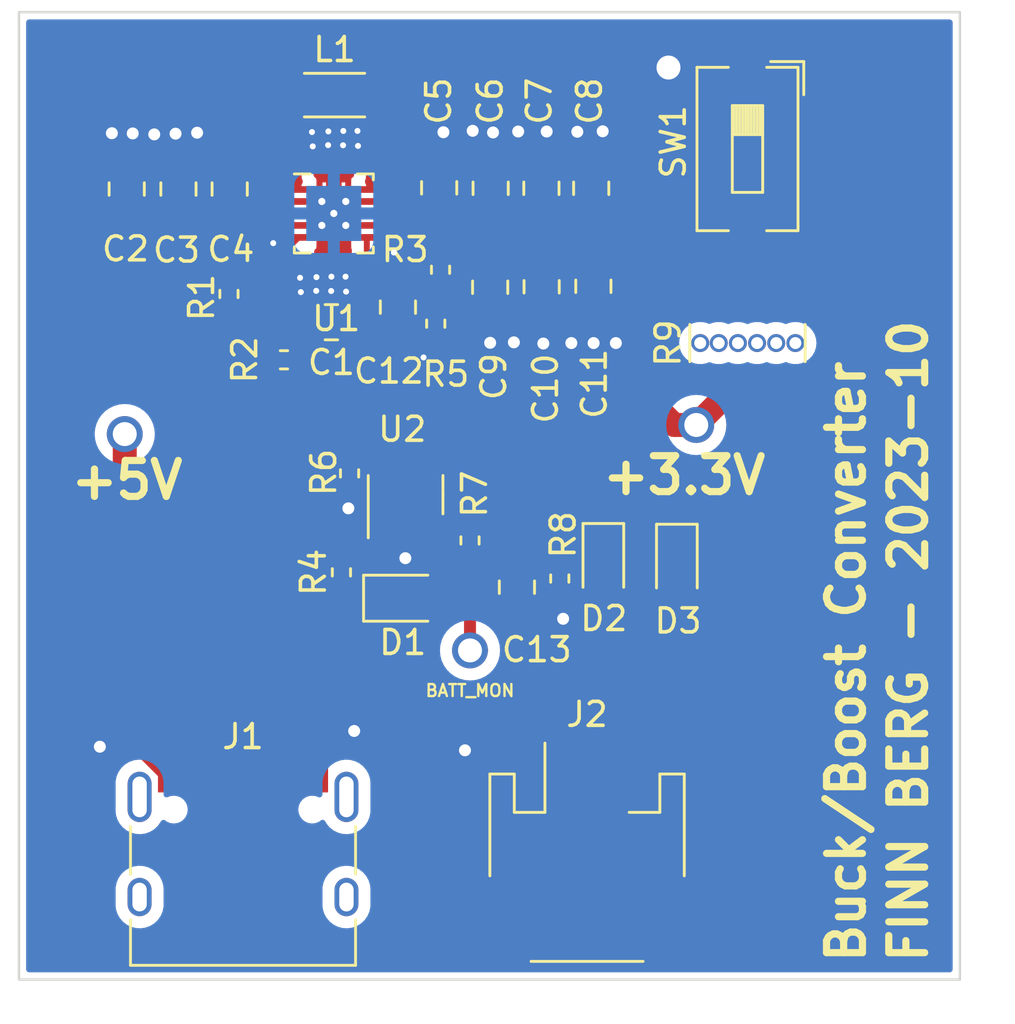
<source format=kicad_pcb>
(kicad_pcb (version 20221018) (generator pcbnew)
  (layers (0 "F.Cu" signal) (31 "B.Cu" power) (34 "B.Paste" user) (35 "F.Paste" user) (36 "B.SilkS" user "B.Silkscreen") (37 "F.SilkS" user "F.Silkscreen") (38 "B.Mask" user) (39 "F.Mask" user) (44 "Edge.Cuts" user))
  (net 0 "")
  (net 1 "Net-(U1-VAUX)")
  (net 2 "GND")
  (net 3 "Net-(D2-K)")
  (net 4 "+3.3V")
  (net 5 "Net-(U1-FB)")
  (net 6 "BATT_MON")
  (net 7 "Net-(D1-K)")
  (net 8 "Net-(D3-A)")
  (net 18 "Net-(U1-L1)")
  (net 19 "Net-(U1-L2)")
  (net 20 "Net-(U1-EN)")
  (net 21 "PG")
  (net 22 "Net-(U2-STAT)")
  (net 23 "Net-(U2-PROG)")
  (net 24 "+5V")
  (net 25 "Net-(R9-Pad2)")
  (footprint "Resistor_SMD:R_0402_1005Metric" (layer "F.Cu") (at 116.58 63.14 90)
    (fp_text reference "R3")
    (fp_text value "360k")
  )
  (footprint "Capacitor_SMD:C_0805_2012Metric" (layer "F.Cu") (at 105.6325 59.77 90)
    (fp_text reference "C3")
    (fp_text value "10u")
  )
  (footprint "Connector_USB:USB_C_Receptacle_HRO_TYPE-C-31-M-12" (layer "F.Cu") (at 108.33 88.275)
    (fp_text reference "J1")
    (fp_text value "USB_C_Receptacle")
  )
  (footprint "Inductor_SMD:L_1806_4516Metric" (layer "F.Cu") (at 112.1525 55.85)
    (fp_text reference "L1")
    (fp_text value "1uH")
  )
  (footprint "Diode_SMD:D_SOD-323" (layer "F.Cu") (at 126.45 75.3725 -90)
    (fp_text reference "D3")
    (fp_text value "1N5819WS")
  )
  (footprint "Capacitor_SMD:C_0805_2012Metric" (layer "F.Cu") (at 120.7925 59.74 90)
    (fp_text reference "C7")
    (fp_text value "10u")
  )
  (footprint "Button_Switch_SMD:SW_DIP_SPSTx01_Slide_6.7x4.1mm_W6.73mm_P2.54mm_LowProfile_JPin" (layer "F.Cu") (at 129.4 58.1 -90)
    (fp_text reference "SW1")
    (fp_text value "SW_Push")
  )
  (footprint "Resistor_SMD:R_0402_1005Metric" (layer "F.Cu") (at 116.38 65.39 90)
    (fp_text reference "R5")
    (fp_text value "64.9k")
  )
  (footprint "Diode_SMD:D_0805_2012Metric" (layer "F.Cu") (at 115.05 76.85)
    (fp_text reference "D1")
    (fp_text value "LED")
  )
  (footprint "Capacitor_SMD:C_0805_2012Metric" (layer "F.Cu") (at 116.5225 59.72 90)
    (fp_text reference "C5")
    (fp_text value "0.1u")
  )
  (footprint "Resistor_SMD:R_0402_1005Metric" (layer "F.Cu") (at 121.56 76.03 90)
    (fp_text reference "R8")
    (fp_text value "10k")
  )
  (footprint "Package_TO_SOT_SMD:SOT-23-5" (layer "F.Cu") (at 115.12 72.53 90)
    (fp_text reference "U2")
    (fp_text value "MCP73832-2-OT")
  )
  (footprint "Capacitor_SMD:C_0805_2012Metric" (layer "F.Cu") (at 122.8725 59.74 90)
    (fp_text reference "C8")
    (fp_text value "10u")
  )
  (footprint "Resistor_SMD:R_1218_3246Metric" (layer "F.Cu") (at 129.4 66.2 90)
    (fp_text reference "R9")
    (fp_text value "18")
  )
  (footprint "Resistor_SMD:R_0402_1005Metric" (layer "F.Cu") (at 107.7425 64.15 -90)
    (fp_text reference "R1")
    (fp_text value "100k")
  )
  (footprint "Capacitor_SMD:C_0805_2012Metric" (layer "F.Cu") (at 112.02 65.33 180)
    (fp_text reference "C1")
    (fp_text value "0.1u")
  )
  (footprint "Capacitor_SMD:C_0805_2012Metric" (layer "F.Cu") (at 107.7725 59.77 90)
    (fp_text reference "C4")
    (fp_text value "0.1u")
  )
  (footprint "Capacitor_SMD:C_0805_2012Metric" (layer "F.Cu") (at 118.6525 63.87 -90)
    (fp_text reference "C9")
    (fp_text value "10u")
  )
  (footprint "Resistor_SMD:R_0402_1005Metric" (layer "F.Cu") (at 117.81 74.44 90)
    (fp_text reference "R7")
    (fp_text value "10k")
  )
  (footprint "Capacitor_SMD:C_0805_2012Metric" (layer "F.Cu") (at 119.77 76.39 -90)
    (fp_text reference "C13")
    (fp_text value "4.7u")
  )
  (footprint "Capacitor_SMD:C_0805_2012Metric" (layer "F.Cu") (at 103.4725 59.77 90)
    (fp_text reference "C2")
    (fp_text value "10u")
  )
  (footprint "Resistor_SMD:R_0402_1005Metric" (layer "F.Cu") (at 112.44 75.77 90)
    (fp_text reference "R4")
    (fp_text value "1k")
  )
  (footprint "Diode_SMD:D_SOD-323" (layer "F.Cu") (at 123.38 75.3425 -90)
    (fp_text reference "D2")
    (fp_text value "1N5819WS")
  )
  (footprint "Connector_JST:JST_PH_S2B-PH-SM4-TB_1x02-1MP_P2.00mm_Horizontal" (layer "F.Cu") (at 122.7 87.5)
    (fp_text reference "J2")
    (fp_text value "Conn_01x02_Socket")
  )
  (footprint "Resistor_SMD:R_0402_1005Metric" (layer "F.Cu") (at 112.78 71.64 90)
    (fp_text reference "R6")
    (fp_text value "1k")
  )
  (footprint "Capacitor_SMD:C_0805_2012Metric" (layer "F.Cu") (at 118.6725 59.74 90)
    (fp_text reference "C6")
    (fp_text value "10u")
  )
  (footprint "Capacitor_SMD:C_0805_2012Metric" (layer "F.Cu") (at 122.9625 63.83 -90)
    (fp_text reference "C11")
    (fp_text value "10u")
  )
  (footprint "Resistor_SMD:R_0402_1005Metric" (layer "F.Cu") (at 110.04 66.9)
    (fp_text reference "R2")
    (fp_text value "100k")
  )
  (footprint "Capacitor_SMD:C_0805_2012Metric" (layer "F.Cu") (at 120.8025 63.85 -90)
    (fp_text reference "C10")
    (fp_text value "10u")
  )
  (footprint "Capacitor_SMD:C_0805_2012Metric" (layer "F.Cu") (at 114.8 64.7 -90)
    (fp_text reference "C12")
    (fp_text value "2.2p")
  )
  (footprint "Package_SON:Texas_S-PWSON-N10_ThermalVias" (layer "F.Cu") (at 112.1225 60.79)
    (fp_text reference "U1")
    (fp_text value "TPS63060")
  )
  (gr_rect (start 98.97 52.39) (end 138.27 92.77) (stroke (width 0.1)) (fill none) (layer "Edge.Cuts"))
  (gr_text "BATT_MON" (at 115.9 81) (layer "F.SilkS") (effects (font (size 0.5 0.5) (thickness 0.1) bold) (justify left bottom)))
  (gr_text "FINN BERG - 2023-10" (at 137 92.2 90) (layer "F.SilkS") (effects (font (size 1.5 1.5) (thickness 0.3) bold) (justify left bottom)))
  (gr_text "+3.3V" (at 123.2 72.6) (layer "F.SilkS") (effects (font (size 1.5 1.5) (thickness 0.3) bold) (justify left bottom)))
  (gr_text "Buck/Boost Converter" (at 134.4 92.2 90) (layer "F.SilkS") (effects (font (size 1.5 1.5) (thickness 0.3) bold) (justify left bottom)))
  (gr_text "+5V" (at 101 72.8) (layer "F.SilkS") (effects (font (size 1.5 1.5) (thickness 0.3) bold) (justify left bottom)))
  (via (at 131.4 66.2) (size 0.75) (drill 0.5) (layers "F.Cu" "B.Cu") (net 0))
  (via (at 129 66.2) (size 0.75) (drill 0.5) (layers "F.Cu" "B.Cu") (net 0))
  (via (at 127.425497 66.2) (size 0.75) (drill 0.5) (layers "F.Cu" "B.Cu") (net 0))
  (via (at 128.2 66.2) (size 0.75) (drill 0.5) (layers "F.Cu" "B.Cu") (net 0))
  (via (at 129.8 66.2) (size 0.75) (drill 0.5) (layers "F.Cu" "B.Cu") (net 0))
  (via (at 130.6 66.2) (size 0.75) (drill 0.5) (layers "F.Cu" "B.Cu") (net 0))
  (segment (start 113.5 61.8875) (end 113.5 64.8) (width 0.25) (layer "F.Cu") (net 1))
  (segment (start 113.5 64.8) (end 112.97 65.33) (width 0.25) (layer "F.Cu") (net 1))
  (segment (start 113.5975 61.79) (end 113.5 61.8875) (width 0.25) (layer "F.Cu") (net 1))
  (segment (start 107.7725 58.82) (end 107.7725 58.78) (width 0.5) (layer "F.Cu") (net 2))
  (segment (start 111.338628 57.392622) (end 111.210391 57.392622) (width 0.25) (layer "F.Cu") (net 2))
  (segment (start 111.397182 63.448064) (end 111.210564 63.448064) (width 0.25) (layer "F.Cu") (net 2))
  (segment (start 111.07 65.33) (end 112.346782 64.053218) (width 0.25) (layer "F.Cu") (net 2))
  (segment (start 111.076382 63.112183) (end 110.975532 63.213032) (width 0.25) (layer "F.Cu") (net 2))
  (segment (start 120.8025 64.96) (end 122.0425 66.2) (width 0.5) (layer "F.Cu") (net 2))
  (segment (start 112.5575 61.35) (end 112.5575 63.374115) (width 0.25) (layer "F.Cu") (net 2))
  (segment (start 122.8725 58.79) (end 122.8725 57.96) (width 0.5) (layer "F.Cu") (net 2))
  (segment (start 111.397182 63.448064) (end 111.397182 63.334682) (width 0.25) (layer "F.Cu") (net 2))
  (segment (start 111.397182 63.432983) (end 111.076382 63.112183) (width 0.25) (layer "F.Cu") (net 2))
  (segment (start 122.8725 57.96) (end 122.2925 57.38) (width 0.5) (layer "F.Cu") (net 2))
  (segment (start 111.07 66) (end 111.95 66.88) (width 0.5) (layer "F.Cu") (net 2))
  (segment (start 122.3125 64.78) (end 120.8725 66.22) (width 0.5) (layer "F.Cu") (net 2))
  (segment (start 111.5225 59.365) (end 111.7225 59.365) (width 0.25) (layer "F.Cu") (net 2))
  (segment (start 112.021846 63.429751) (end 112.021846 63.44023) (width 0.25) (layer "F.Cu") (net 2))
  (segment (start 103.9 83.05) (end 105.08 84.23) (width 0.5) (layer "F.Cu") (net 2))
  (segment (start 111.884048 57.938042) (end 111.338628 57.392622) (width 0.25) (layer "F.Cu") (net 2))
  (segment (start 107.7725 58.78) (end 106.4125 57.42) (width 0.5) (layer "F.Cu") (net 2))
  (segment (start 122.9625 65.28) (end 122.0425 66.2) (width 0.5) (layer "F.Cu") (net 2))
  (segment (start 111.4525 57.78) (end 111.2425 57.99) (width 0.25) (layer "F.Cu") (net 2))
  (segment (start 105.6325 58.82) (end 105.6325 57.58) (width 0.5) (layer "F.Cu") (net 2))
  (segment (start 110.712725 64.041109) (end 110.744834 64.073218) (width 0.25) (layer "F.Cu") (net 2))
  (segment (start 113.110166 57.947666) (end 113.1325 57.97) (width 0.25) (layer "F.Cu") (net 2))
  (segment (start 121.03 77.07) (end 121.67 77.71) (width 0.5) (layer "F.Cu") (net 2))
  (segment (start 112.707969 57.944531) (end 112.9075 57.745) (width 0.25) (layer "F.Cu") (net 2))
  (segment (start 110.75945 63.429115) (end 110.712725 63.47584) (width 0.25) (layer "F.Cu") (net 2))
  (segment (start 119.8225 57.37) (end 118.6725 58.52) (width 0.5) (layer "F.Cu") (net 2))
  (segment (start 111.397182 63.448064) (end 111.397182 63.432983) (width 0.25) (layer "F.Cu") (net 2))
  (segment (start 112.3225 62.215) (end 112.3225 63.129097) (width 0.25) (layer "F.Cu") (net 2))
  (segment (start 111.210564 63.448064) (end 110.975532 63.213032) (width 0.25) (layer "F.Cu") (net 2))
  (segment (start 105.6325 58.82) (end 103.4725 58.82) (width 0.5) (layer "F.Cu") (net 2))
  (segment (start 122.9225 64.82) (end 122.9625 64.78) (width 0.5) (layer "F.Cu") (net 2))
  (segment (start 111.959505 63.429751) (end 111.6875 63.157746) (width 0.25) (layer "F.Cu") (net 2))
  (segment (start 105.6325 58.82) (end 105.6325 58.2) (width 0.5) (layer "F.Cu") (net 2))
  (segment (start 111.5225 62.666065) (end 111.425532 62.763032) (width 0.25) (layer "F.Cu") (net 2))
  (segment (start 111.397182 63.448064) (end 111.425532 63.419714) (width 0.25) (layer "F.Cu") (net 2))
  (segment (start 113.1325 57.97) (end 112.7225 58.38) (width 0.25) (layer "F.Cu") (net 2))
  (segment (start 111.2425 57.99) (end 111.35209 58.09959) (width 0.25) (layer "F.Cu") (net 2))
  (segment (start 111.7225 58.09959) (end 111.884048 57.938042) (width 0.25) (layer "F.Cu") (net 2))
  (segment (start 116.38 66.29) (end 115.87 66.8) (width 0.25) (layer "F.Cu") (net 2))
  (segment (start 110.740501 63.448064) (end 110.712725 63.47584) (width 0.25) (layer "F.Cu") (net 2))
  (segment (start 118.6525 64.82) (end 118.6525 65.18) (width 0.5) (layer "F.Cu") (net 2))
  (segment (start 120.7925 58.79) (end 120.7925 57.59) (width 0.5) (layer "F.Cu") (net 2))
  (segment (start 111.867654 57.364846) (end 111.4525 57.78) (width 0.25) (layer "F.Cu") (net 2))
  (segment (start 117.2825 57.4) (end 118.6725 58.79) (width 0.5) (layer "F.Cu") (net 2))
  (segment (start 112.6125 63.429115) (end 112.6125 64.030884) (width 0.25) (layer "F.Cu") (net 2))
  (segment (start 112.7225 58.38) (end 112.7225 59.365) (width 0.25) (layer "F.Cu") (net 2))
  (segment (start 113.1325 57.97) (end 112.7025 57.97) (width 0.25) (layer "F.Cu") (net 2))
  (segment (start 122.9625 64.78) (end 122.3125 64.78) (width 0.5) (layer "F.Cu") (net 2))
  (segment (start 111.257116 57.345897) (end 111.210391 57.392622) (width 0.25) (layer "F.Cu") (net 2))
  (segment (start 112.1225 60.79) (end 112.1225 63.329097) (width 0.25) (layer "F.Cu") (net 2))
  (segment (start 122.8725 58.79) (end 122.4325 58.79) (width 0.5) (layer "F.Cu") (net 2))
  (segment (start 111.210391 57.392622) (end 111.210391 57.537891) (width 0.25) (layer "F.Cu") (net 2))
  (segment (start 112.5025 59.365) (end 112.3225 59.365) (width 0.25) (layer "F.Cu") (net 2))
  (segment (start 112.021846 63.44023) (end 112.634834 64.053218) (width 0.25) (layer "F.Cu") (net 2))
  (segment (start 112.082295 57.739795) (end 111.884048 57.938042) (width 0.25) (layer "F.Cu") (net 2))
  (segment (start 113.48 66.88) (end 114.78 65.58) (width 0.5) (layer "F.Cu") (net 2))
  (segment (start 112.6125 64.030884) (end 112.634834 64.053218) (width 0.25) (layer "F.Cu") (net 2))
  (segment (start 118.6725 58.79) (end 118.6725 58.09) (width 0.5) (layer "F.Cu") (net 2))
  (segment (start 111.5225 62.992746) (end 111.6875 63.157746) (width 0.25) (layer "F.Cu") (net 2))
  (segment (start 111.58 83.785) (end 111.58 84.23) (width 0.5) (layer "F.Cu") (net 2))
  (segment (start 117.6 83.2) (end 120.25 83.2) (width 0.5) (layer "F.Cu") (net 2))
  (segment (start 111.9225 59.365) (end 112.1225 59.365) (width 0.25) (layer "F.Cu") (net 2))
  (segment (start 111.397182 63.334682) (end 111.125532 63.063032) (width 0.25) (layer "F.Cu") (net 2))
  (segment (start 112.1225 59.365) (end 112.1225 58.176494) (width 0.25) (layer "F.Cu") (net 2))
  (segment (start 112.021846 63.429751) (end 111.959505 63.429751) (width 0.25) (layer "F.Cu") (net 2))
  (segment (start 112.3225 63.129097) (end 112.021846 63.429751) (width 0.25) (layer "F.Cu") (net 2))
  (segment (start 115.12 73.6675) (end 115.12 75.17) (width 0.5) (layer "F.Cu") (net 2))
  (segment (start 120.8825 58.79) (end 122.2925 57.38) (width 0.5) (layer "F.Cu") (net 2))
  (segment (start 111.7225 59.365) (end 111.7225 58.09959) (width 0.25) (layer "F.Cu") (net 2))
  (segment (start 118.6725 57.51) (end 118.7725 57.41) (width 0.5) (layer "F.Cu") (net 2))
  (segment (start 112.7225 63.319115) (end 112.6125 63.429115) (width 0.25) (layer "F.Cu") (net 2))
  (segment (start 118.6525 65.18) (end 119.6425 66.17) (width 0.5) (layer "F.Cu") (net 2))
  (segment (start 114.6305 62.42) (end 114.6305 61.608) (width 0.25) (layer "F.Cu") (net 2))
  (segment (start 118.6525 64.82) (end 118.6525 66.19) (width 0.5) (layer "F.Cu") (net 2))
  (segment (start 112.519512 57.357012) (end 112.9075 57.745) (width 0.25) (layer "F.Cu") (net 2))
  (segment (start 113.1325 57.97) (end 112.8225 58.28) (width 0.25) (layer "F.Cu") (net 2))
  (segment (start 112.7025 57.97) (end 112.277295 57.544795) (width 0.25) (layer "F.Cu") (net 2))
  (segment (start 111.35209 58.09959) (end 111.7225 58.09959) (width 0.25) (layer "F.Cu") (net 2))
  (segment (start 111.397182 63.448064) (end 110.740501 63.448064) (width 0.25) (layer "F.Cu") (net 2))
  (segment (start 111.210391 57.957891) (end 111.2425 57.99) (width 0.25) (layer "F.Cu") (net 2))
  (segment (start 113.1325 57.97) (end 111.2625 57.97) (width 0.25) (layer "F.Cu") (net 2))
  (segment (start 112.8225 58.28) (end 112.5025 58.28) (width 0.25) (layer "F.Cu") (net 2))
  (segment (start 112.1225 58.176494) (end 111.884048 57.938042) (width 0.25) (layer "F.Cu") (net 2))
  (segment (start 111.425532 63.419714) (end 111.425532 62.763032) (width 0.25) (layer "F.Cu") (net 2))
  (segment (start 112.508517 57.944531) (end 112.707969 57.944531) (width 0.25) (layer "F.Cu") (net 2))
  (segment (start 111.6875 63.157746) (end 111.397182 63.448064) (width 0.25) (layer "F.Cu") (net 2))
  (segment (start 112.533986 57.97) (end 112.508517 57.944531) (width 0.25) (layer "F.Cu") (net 2))
  (segment (start 111.397182 64.01046) (end 111.386382 64.02126) (width 0.25) (layer "F.Cu") (net 2))
  (segment (start 111.95 66.88) (end 113.48 66.88) (width 0.5) (layer "F.Cu") (net 2))
  (segment (start 111.894848 57.364846) (end 111.894848 57.927242) (width 0.25) (layer "F.Cu") (net 2))
  (segment (start 122.8725 58.79) (end 116.5425 58.79) (width 0.5) (layer "F.Cu") (net 2))
  (segment (start 111.397182 63.448064) (end 111.397182 64.01046) (width 0.25) (layer "F.Cu") (net 2))
  (segment (start 111.5225 62.215) (end 111.5225 62.666065) (width 0.25) (layer "F.Cu") (net 2))
  (segment (start 115.12 75.17) (end 115.11 75.18) (width 0.5) (layer "F.Cu") (net 2))
  (segment (start 111.884048 57.938042) (end 111.9225 57.976494) (width 0.25) (layer "F.Cu") (net 2))
  (segment (start 112.277295 57.544795) (end 112.082295 57.739795) (width 0.25) (layer "F.Cu") (net 2))
  (segment (start 111.894848 57.364846) (end 111.928832 57.364846) (width 0.25) (layer "F.Cu") (net 2))
  (segment (start 112.634834 64.053218) (end 111.9225 63.340884) (width 0.25) (layer "F.Cu") (net 2))
  (segment (start 111.210391 57.537891) (end 111.4525 57.78) (width 0.25) (layer "F.Cu") (net 2))
  (segment (start 111.894848 57.364846) (end 111.867654 57.364846) (width 0.25) (layer "F.Cu") (net 2))
  (segment (start 111.9225 63.340884) (end 111.9225 62.922746) (width 0.25) (layer "F.Cu") (net 2))
  (segment (start 111.2625 57.97) (end 111.2425 57.99) (width 0.25) (layer "F.Cu") (net 2))
  (segment (start 121.67 77.71) (end 121.7 77.71) (width 0.5) (layer "F.Cu") (net 2))
  (segment (start 116.38 65.9) (end 116.38 66.29) (width 0.25) (layer "F.Cu") (net 2))
  (segment (start 112.5025 57.950548) (end 112.508517 57.944531) (width 0.25) (layer "F.Cu") (net 2))
  (segment (start 116.7 57.4) (end 117.2825 57.4) (width 0.5) (layer "F.Cu") (net 2))
  (segment (start 120.7925 57.59) (end 121.0125 57.37) (width 0.5) (layer "F.Cu") (net 2))
  (segment (start 116.5225 58.77) (end 116.5225 58.74) (width 0.5) (layer "F.Cu") (net 2))
  (segment (start 111.894848 57.927242) (end 111.884048 57.938042) (width 0.25) (layer "F.Cu") (net 2))
  (segment (start 120.8025 64.8) (end 120.8025 65.01) (width 0.5) (layer "F.Cu") (net 2))
  (segment (start 112.7225 62.215) (end 112.7225 63.319115) (width 0.25) (layer "F.Cu") (net 2))
  (segment (start 111.977891 63.429751) (end 111.386382 64.02126) (width 0.25) (layer "F.Cu") (net 2))
  (segment (start 112.6125 63.429115) (end 112.3225 63.139115) (width 0.25) (layer "F.Cu") (net 2))
  (segment (start 120.7925 58.34) (end 120.7925 58.79) (width 0.5) (layer "F.Cu") (net 2))
  (segment (start 119.8225 57.37) (end 120.7925 58.34) (width 0.5) (layer "F.Cu") (net 2))
  (segment (start 111.210391 57.392622) (end 111.210391 57.957891) (width 0.25) (layer "F.Cu") (net 2))
  (segment (start 116.5225 58.77) (end 116.5225 57.5775) (width 0.5) (layer "F.Cu") (net 2))
  (segment (start 110.840962 63.47584) (end 111.386382 64.02126) (width 0.25) (layer "F.Cu") (net 2))
  (segment (start 110.712725 63.47584) (end 110.840962 63.47584) (width 0.25) (layer "F.Cu") (net 2))
  (segment (start 112.475557 57.346533) (end 112.277295 57.544795) (width 0.25) (layer "F.Cu") (net 2))
  (segment (start 112.6125 63.429115) (end 112.609485 63.429115) (width 0.25) (layer "F.Cu") (net 2))
  (segment (start 111.397182 63.448064) (end 111.369988 63.448064) (width 0.25) (layer "F.Cu") (net 2))
  (segment (start 113.107151 57.345897) (end 112.508517 57.944531) (width 0.25) (layer "F.Cu") (net 2))
  (segment (start 110.744834 64.073218) (end 112.614834 64.073218) (width 0.25) (layer "F.Cu") (net 2))
  (segment (start 116.5225 57.5775) (end 116.7 57.4) (width 0.5) (layer "F.Cu") (net 2))
  (segment (start 103.4725 57.7) (end 103.7225 57.45) (width 0.5) (layer "F.Cu") (net 2))
  (segment (start 112.5025 58.28) (end 112.5025 57.950548) (width 0.25) (layer "F.Cu") (net 2))
  (segment (start 112.76 72.17) (end 112.76 73.07) (width 0.5) (layer "F.Cu") (net 2))
  (segment (start 111.9225 62.922746) (end 111.397182 63.448064) (width 0.25) (layer "F.Cu") (net 2))
  (segment (start 112.021846 63.429751) (end 112.021846 64.016754) (width 0.25) (layer "F.Cu") (net 2))
  (segment (start 112.7225 59.365) (end 112.5025 59.365) (width 0.25) (layer "F.Cu") (net 2))
  (segment (start 120.76 77.34) (end 121.03 77.07) (width 0.5) (layer "F.Cu") (net 2))
  (segment (start 103.4725 58.64) (end 104.6225 57.49) (width 0.5) (layer "F.Cu") (net 2))
  (segment (start 120.25 83.2) (end 121.7 84.65) (width 0.5) (layer "F.Cu") (net 2))
  (segment (start 110.6475 61.29) (end 110.0725 61.29) (width 0.25) (layer "F.Cu") (net 2))
  (segment (start 105.6325 57.58) (end 105.5125 57.46) (width 0.5) (layer "F.Cu") (net 2))
  (segment (start 112.8225 58.258514) (end 112.8225 58.28) (width 0.25) (layer "F.Cu") (net 2))
  (segment (start 112.519512 57.933536) (end 112.508517 57.944531) (width 0.25) (layer "F.Cu") (net 2))
  (segment (start 118.6725 58.79) (end 118.6725 57.51) (width 0.5) (layer "F.Cu") (net 2))
  (segment (start 111.5225 62.666065) (end 111.5225 62.992746) (width 0.25) (layer "F.Cu") (net 2))
  (segment (start 113.110166 57.345897) (end 111.257116 57.345897) (width 0.25) (layer "F.Cu") (net 2))
  (segment (start 103.4725 58.06) (end 102.8525 57.44) (width 0.5) (layer "F.Cu") (net 2))
  (segment (start 112.519512 57.346533) (end 112.475557 57.346533) (width 0.25) (layer "F.Cu") (net 2))
  (segment (start 112.5025 59.365) (end 112.5025 58.28) (width 0.25) (layer "F.Cu") (net 2))
  (segment (start 120.8025 64.8) (end 120.8025 64.96) (width 0.5) (layer "F.Cu") (net 2))
  (segment (start 122.9625 66.19) (end 122.9725 66.2) (width 0.5) (layer "F.Cu") (net 2))
  (segment (start 111.5225 58.27) (end 111.5225 59.365) (width 0.25) (layer "F.Cu") (net 2))
  (segment (start 113.1325 57.97) (end 112.533986 57.97) (width 0.25) (layer "F.Cu") (net 2))
  (segment (start 122.9625 64.78) (end 122.9625 66.19) (width 0.5) (layer "F.Cu") (net 2))
  (segment (start 112.3225 63.139115) (end 112.3225 63.129097) (width 0.25) (layer "F.Cu") (net 2))
  (segment (start 122.9625 65.26) (end 123.9025 66.2) (width 0.5) (layer "F.Cu") (net 2))
  (segment (start 111.884048 57.938042) (end 111.294458 57.938042) (width 0.25) (layer "F.Cu") (net 2))
  (segment (start 122.4325 58.79) (end 121.0125 57.37) (width 0.5) (layer "F.Cu") (net 2))
  (segment (start 113.1325 57.97) (end 112.3125 57.97) (width 0.25) (layer "F.Cu") (net 2))
  (segment (start 112.614834 64.073218) (end 112.634834 64.053218) (width 0.25) (layer "F.Cu") (net 2))
  (segment (start 113.110166 57.345897) (end 113.110166 57.947666) (width 0.25) (layer "F.Cu") (net 2))
  (segment (start 112.9075 57.745) (end 113.1325 57.97) (width 0.25) (layer "F.Cu") (net 2))
  (segment (start 111.9225 57.976494) (end 111.9225 59.365) (width 0.25) (layer "F.Cu") (net 2))
  (segment (start 116.5225 58.74) (end 117.9225 57.34) (width 0.5) (layer "F.Cu") (net 2))
  (segment (start 111.125532 63.063032) (end 111.076382 63.112183) (width 0.25) (layer "F.Cu") (net 2))
  (segment (start 112.519512 57.346533) (end 112.519512 57.357012) (width 0.25) (layer "F.Cu") (net 2))
  (segment (start 105.6325 58.82) (end 105.6325 58.5) (width 0.5) (layer "F.Cu") (net 2))
  (segment (start 111.369988 63.448064) (end 110.744834 64.073218) (width 0.25) (layer "F.Cu") (net 2))
  (segment (start 112.609485 63.429115) (end 112.010851 64.027749) (width 0.25) (layer "F.Cu") (net 2))
  (segment (start 112.6125 63.429115) (end 110.75945 63.429115) (width 0.25) (layer "F.Cu") (net 2))
  (segment (start 111.6875 61.35) (end 111.6875 63.157746) (width 0.25) (layer "F.Cu") (net 2))
  (segment (start 105.6325 58.2) (end 106.4125 57.42) (width 0.5) (layer "F.Cu") (net 2))
  (segment (start 122.9625 64.78) (end 122.9625 65.28) (width 0.5) (layer "F.Cu") (net 2))
  (segment (start 112.3125 57.97) (end 112.082295 57.739795) (width 0.25) (layer "F.Cu") (net 2))
  (segment (start 112.508517 57.944531) (end 112.3225 58.130548) (width 0.25) (layer "F.Cu") (net 2))
  (segment (start 120.7925 58.79) (end 120.8825 58.79) (width 0.5) (layer "F.Cu") (net 2))
  (segment (start 111.5125 58.26) (end 111.5125 58.31) (width 0.25) (layer "F.Cu") (net 2))
  (segment (start 112.508517 57.944531) (end 112.8225 58.258514) (width 0.25) (layer "F.Cu") (net 2))
  (segment (start 112.5575 63.374115) (end 112.6125 63.429115) (width 0.25) (layer "F.Cu") (net 2))
  (segment (start 112.519512 57.346533) (end 112.519512 57.933536) (width 0.25) (layer "F.Cu") (net 2))
  (segment (start 102.35 83.05) (end 103.9 83.05) (width 0.5) (layer "F.Cu") (net 2))
  (segment (start 114.3125 61.29) (end 113.5975 61.29) (width 0.25) (layer "F.Cu") (net 2))
  (segment (start 111.425532 62.763032) (end 111.125532 63.063032) (width 0.25) (layer "F.Cu") (net 2))
  (segment (start 121.03 77.07) (end 121.56 76.54) (width 0.5) (layer "F.Cu") (net 2))
  (segment (start 122.8725 57.84) (end 123.3525 57.36) (width 0.5) (layer "F.Cu") (net 2))
  (segment (start 114.6305 61.608) (end 114.3125 61.29) (width 0.25) (layer "F.Cu") (net 2))
  (segment (start 103.4725 58.82) (end 103.4725 58.06) (width 0.5) (layer "F.Cu") (net 2))
  (segment (start 112.346782 64.053218) (end 112.634834 64.053218) (width 0.25) (layer "F.Cu") (net 2))
  (segment (start 120.8025 66.15) (end 120.8725 66.22) (width 0.5) (layer "F.Cu") (net 2))
  (segment (start 111.431166 63.448064) (end 112.010851 64.027749) (width 0.25) (layer "F.Cu") (net 2))
  (segment (start 118.6525 64.82) (end 122.9225 64.82) (width 0.5) (layer "F.Cu") (net 2))
  (segment (start 122.9625 64.78) (end 122.9625 65.26) (width 0.5) (layer "F.Cu") (net 2))
  (segment (start 103.4725 58.82) (end 103.4725 58.64) (width 0.5) (layer "F.Cu") (net 2))
  (segment (start 112.3225 58.130548) (end 112.3225 59.365) (width 0.25) (layer "F.Cu") (net 2))
  (segment (start 111.2425 57.99) (end 111.5125 58.26) (width 0.25) (layer "F.Cu") (net 2))
  (segment (start 112.9725 82.3925) (end 111.58 83.785) (width 0.5) (layer "F.Cu") (net 2))
  (segment (start 119.77 77.34) (end 120.76 77.34) (width 0.5) (layer "F.Cu") (net 2))
  (segment (start 112.1225 63.329097) (end 112.021846 63.429751) (width 0.25) (layer "F.Cu") (net 2))
  (segment (start 112.1225 59.365) (end 112.3225 59.365) (width 0.25) (layer "F.Cu") (net 2))
  (segment (start 107.7725 58.82) (end 105.6325 58.82) (width 0.5) (layer "F.Cu") (net 2))
  (segment (start 113.110166 57.345897) (end 113.107151 57.345897) (width 0.25) (layer "F.Cu") (net 2))
  (segment (start 112.021846 64.016754) (end 112.010851 64.027749) (width 0.25) (layer "F.Cu") (net 2))
  (segment (start 111.07 65.33) (end 111.07 66) (width 0.5) (layer "F.Cu") (net 2))
  (segment (start 112.021846 63.429751) (end 111.977891 63.429751) (width 0.25) (layer "F.Cu") (net 2))
  (segment (start 126.135 54.735) (end 126.1 54.7) (width 1) (layer "F.Cu") (net 2))
  (segment (start 105.6325 58.5) (end 104.6225 57.49) (width 0.5) (layer "F.Cu") (net 2))
  (segment (start 129.4 54.735) (end 126.135 54.735) (width 1) (layer "F.Cu") (net 2))
  (segment (start 118.6725 58.09) (end 117.9225 57.34) (width 0.5) (layer "F.Cu") (net 2))
  (segment (start 111.397182 63.448064) (end 111.431166 63.448064) (width 0.25) (layer "F.Cu") (net 2))
  (segment (start 103.4725 58.82) (end 103.4725 57.7) (width 0.5) (layer "F.Cu") (net 2))
  (segment (start 111.9225 62.215) (end 111.9225 62.922746) (width 0.25) (layer "F.Cu") (net 2))
  (segment (start 111.928832 57.364846) (end 112.508517 57.944531) (width 0.25) (layer "F.Cu") (net 2))
  (segment (start 116.5425 58.79) (end 116.5225 58.77) (width 0.5) (layer "F.Cu") (net 2))
  (segment (start 111.7225 59.365) (end 111.9225 59.365) (width 0.25) (layer "F.Cu") (net 2))
  (segment (start 120.8025 64.8) (end 120.8025 66.15) (width 0.5) (layer "F.Cu") (net 2))
  (segment (start 110.975532 63.213032) (end 110.712725 63.47584) (width 0.25) (layer "F.Cu") (net 2))
  (segment (start 110.0725 61.29) (end 109.5925 62.03) (width 0.25) (layer "F.Cu") (net 2))
  (segment (start 111.2425 57.99) (end 111.5225 58.27) (width 0.25) (layer "F.Cu") (net 2))
  (segment (start 122.8725 58.79) (end 122.8725 57.84) (width 0.5) (layer "F.Cu") (net 2))
  (segment (start 111.294458 57.938042) (end 111.2425 57.99) (width 0.25) (layer "F.Cu") (net 2))
  (segment (start 118.6725 58.52) (end 118.6725 58.79) (width 0.5) (layer "F.Cu") (net 2))
  (segment (start 120.8025 65.01) (end 119.6425 66.17) (width 0.5) (layer "F.Cu") (net 2))
  (segment (start 110.712725 63.47584) (end 110.712725 64.041109) (width 0.25) (layer "F.Cu") (net 2))
  (via (at 122.2925 57.38) (size 0.75) (drill 0.5) (layers "F.Cu" "B.Cu") (net 2))
  (via (at 112.021846 63.429751) (size 0.5) (drill 0.25) (layers "F.Cu" "B.Cu") (net 2))
  (via (at 110.712725 63.47584) (size 0.5) (drill 0.25) (layers "F.Cu" "B.Cu") (net 2))
  (via (at 112.6125 63.429115) (size 0.5) (drill 0.25) (layers "F.Cu" "B.Cu") (net 2))
  (via (at 122.0425 66.2) (size 0.75) (drill 0.5) (layers "F.Cu" "B.Cu") (net 2))
  (via (at 105.5125 57.46) (size 0.75) (drill 0.5) (layers "F.Cu" "B.Cu") (net 2))
  (via (at 113.1325 57.97) (size 0.5) (drill 0.25) (layers "F.Cu" "B.Cu") (net 2))
  (via (at 111.386382 64.02126) (size 0.5) (drill 0.25) (layers "F.Cu" "B.Cu") (net 2))
  (via (at 123.9025 66.2) (size 0.75) (drill 0.5) (layers "F.Cu" "B.Cu") (net 2))
  (via (at 112.508517 57.944531) (size 0.5) (drill 0.25) (layers "F.Cu" "B.Cu") (net 2))
  (via (at 102.35 83.05) (size 0.75) (drill 0.5) (layers "F.Cu" "B.Cu") (net 2))
  (via (at 118.6525 66.19) (size 0.75) (drill 0.5) (layers "F.Cu" "B.Cu") (net 2))
  (via (at 111.884048 57.938042) (size 0.5) (drill 0.25) (layers "F.Cu" "B.Cu") (net 2))
  (via (at 118.7725 57.41) (size 0.75) (drill 0.5) (layers "F.Cu" "B.Cu") (net 2))
  (via (at 115.87 66.8) (size 0.5) (drill 0.25) (layers "F.Cu" "B.Cu") (net 2))
  (via (at 121.0125 57.37) (size 0.75) (drill 0.5) (layers "F.Cu" "B.Cu") (net 2))
  (via (at 111.894848 57.364846) (size 0.5) (drill 0.25) (layers "F.Cu" "B.Cu") (net 2))
  (via (at 112.9725 82.3925) (size 0.75) (drill 0.5) (layers "F.Cu" "B.Cu") (net 2))
  (via (at 111.2425 57.99) (size 0.5) (drill 0.25) (layers "F.Cu" "B.Cu") (net 2))
  (via (at 121.7 77.71) (size 0.75) (drill 0.5) (layers "F.Cu" "B.Cu") (net 2))
  (via (at 122.9725 66.2) (size 0.75) (drill 0.5) (layers "F.Cu" "B.Cu") (net 2))
  (via (at 119.6425 66.17) (size 0.75) (drill 0.5) (layers "F.Cu" "B.Cu") (net 2))
  (via (at 117.9225 57.34) (size 0.75) (drill 0.5) (layers "F.Cu" "B.Cu") (net 2))
  (via (at 112.634834 64.053218) (size 0.5) (drill 0.25) (layers "F.Cu" "B.Cu") (net 2))
  (via (at 120.8725 66.22) (size 0.75) (drill 0.5) (layers "F.Cu" "B.Cu") (net 2))
  (via (at 123.3525 57.36) (size 0.75) (drill 0.5) (layers "F.Cu" "B.Cu") (net 2))
  (via (at 119.8225 57.37) (size 0.75) (drill 0.5) (layers "F.Cu" "B.Cu") (net 2))
  (via (at 117.6 83.2) (size 0.75) (drill 0.5) (layers "F.Cu" "B.Cu") (net 2))
  (via (at 114.6305 62.42) (size 0.5) (drill 0.25) (layers "F.Cu" "B.Cu") (net 2))
  (via (at 111.210391 57.392622) (size 0.5) (drill 0.25) (layers "F.Cu" "B.Cu") (net 2))
  (via (at 112.010851 64.027749) (size 0.5) (drill 0.25) (layers "F.Cu" "B.Cu") (net 2))
  (via (at 110.744834 64.073218) (size 0.5) (drill 0.25) (layers "F.Cu" "B.Cu") (net 2))
  (via (at 109.5925 62.03) (size 0.5) (drill 0.25) (layers "F.Cu" "B.Cu") (net 2))
  (via (at 112.519512 57.346533) (size 0.5) (drill 0.25) (layers "F.Cu" "B.Cu") (net 2))
  (via (at 106.4125 57.42) (size 0.75) (drill 0.5) (layers "F.Cu" "B.Cu") (net 2))
  (via (at 112.73 73.1) (size 0.75) (drill 0.5) (layers "F.Cu" "B.Cu") (net 2))
  (via (at 102.8525 57.44) (size 0.75) (drill 0.5) (layers "F.Cu" "B.Cu") (net 2))
  (via (at 111.397182 63.448064) (size 0.5) (drill 0.25) (layers "F.Cu" "B.Cu") (net 2))
  (via (at 104.6225 57.49) (size 0.75) (drill 0.5) (layers "F.Cu" "B.Cu") (net 2))
  (via (at 126.1 54.7) (size 1.5) (drill 1) (layers "F.Cu" "B.Cu") (net 2))
  (via (at 113.110166 57.345897) (size 0.5) (drill 0.25) (layers "F.Cu" "B.Cu") (net 2))
  (via (at 103.7225 57.45) (size 0.75) (drill 0.5) (layers "F.Cu" "B.Cu") (net 2))
  (via (at 115.11 75.18) (size 0.75) (drill 0.5) (layers "F.Cu" "B.Cu") (net 2))
  (via (at 116.7 57.4) (size 0.75) (drill 0.5) (layers "F.Cu" "B.Cu") (net 2))
  (segment (start 107.7425 63.64) (end 107.7425 62.233604) (width 0.25) (layer "F.Cu") (net 3))
  (segment (start 105.24 65.21) (end 105.24 62.69) (width 1) (layer "F.Cu") (net 3))
  (segment (start 124.9 73.87) (end 119.64 68.61) (width 1) (layer "F.Cu") (net 3))
  (segment (start 109.686104 60.29) (end 109.3525 60.623604) (width 0.25) (layer "F.Cu") (net 3))
  (segment (start 126.45 74.3225) (end 123.41 74.3225) (width 1) (layer "F.Cu") (net 3))
  (segment (start 107.7425 62.233604) (end 109.3525 60.623604) (width 0.25) (layer "F.Cu") (net 3))
  (segment (start 108.64 68.61) (end 105.24 65.21) (width 1) (layer "F.Cu") (net 3))
  (segment (start 123.41 74.3225) (end 123.38 74.2925) (width 1) (layer "F.Cu") (net 3))
  (segment (start 119.64 68.61) (end 108.64 68.61) (width 1) (layer "F.Cu") (net 3))
  (segment (start 110.6475 60.29) (end 109.686104 60.29) (width 0.25) (layer "F.Cu") (net 3))
  (segment (start 124.9 74.3225) (end 124.9 73.87) (width 1) (layer "F.Cu") (net 3))
  (segment (start 115.655 61.615) (end 117.3625 63.3225) (width 0.25) (layer "F.Cu") (net 4))
  (segment (start 127.26 69.62) (end 126.34 69.62) (width 1) (layer "F.Cu") (net 4))
  (segment (start 111.15 67.5) (end 110.55 66.9) (width 0.25) (layer "F.Cu") (net 4))
  (segment (start 115.2825 60.29) (end 115.8225 60.29) (width 0.25) (layer "F.Cu") (net 4))
  (segment (start 116.1325 67.5) (end 111.15 67.5) (width 0.25) (layer "F.Cu") (net 4))
  (segment (start 126.34 69.62) (end 124.9775 68.2575) (width 1) (layer "F.Cu") (net 4))
  (segment (start 117.3625 66.27) (end 116.1325 67.5) (width 0.25) (layer "F.Cu") (net 4))
  (segment (start 115.2825 60.987208) (end 115.655 61.359708) (width 0.25) (layer "F.Cu") (net 4))
  (segment (start 129.4 67.675) (end 129.205 67.675) (width 1) (layer "F.Cu") (net 4))
  (segment (start 129.205 67.675) (end 127.26 69.62) (width 1) (layer "F.Cu") (net 4))
  (segment (start 115.2825 60.29) (end 115.2825 60.987208) (width 0.25) (layer "F.Cu") (net 4))
  (segment (start 124.9775 62.8975) (end 123.88 61.8) (width 1) (layer "F.Cu") (net 4))
  (segment (start 117.3625 63.3225) (end 117.3625 66.27) (width 0.25) (layer "F.Cu") (net 4))
  (segment (start 115.8225 60.29) (end 115.8425 60.27) (width 0.25) (layer "F.Cu") (net 4))
  (segment (start 124.9775 68.2575) (end 124.9775 62.8975) (width 1) (layer "F.Cu") (net 4))
  (segment (start 113.5975 60.29) (end 115.2825 60.29) (width 0.25) (layer "F.Cu") (net 4))
  (segment (start 115.655 61.359708) (end 115.655 61.615) (width 0.25) (layer "F.Cu") (net 4))
  (via (at 127.26 69.62) (size 1.5) (drill 1) (layers "F.Cu" "B.Cu") (net 4))
  (segment (start 115.205 63.255) (end 115.205 62.8) (width 0.25) (layer "F.Cu") (net 5))
  (segment (start 116.38 64.62) (end 115.89 64.13) (width 0.25) (layer "F.Cu") (net 5))
  (segment (start 115.89 64.13) (end 115.89 63.485) (width 0.25) (layer "F.Cu") (net 5))
  (segment (start 116.38 64.88) (end 116.38 64.62) (width 0.25) (layer "F.Cu") (net 5))
  (segment (start 116.055 63.65) (end 115.89 63.485) (width 0.25) (layer "F.Cu") (net 5))
  (segment (start 114.448896 60.79) (end 113.8825 60.79) (width 0.25) (layer "F.Cu") (net 5))
  (segment (start 115.205 62.8) (end 115.205 61.546104) (width 0.25) (layer "F.Cu") (net 5))
  (segment (start 114.78 63.68) (end 115.205 63.255) (width 0.25) (layer "F.Cu") (net 5))
  (segment (start 115.89 63.485) (end 115.205 62.8) (width 0.25) (layer "F.Cu") (net 5))
  (segment (start 115.205 61.546104) (end 114.448896 60.79) (width 0.25) (layer "F.Cu") (net 5))
  (segment (start 116.58 63.65) (end 116.055 63.65) (width 0.25) (layer "F.Cu") (net 5))
  (segment (start 119.3 74.97) (end 119.77 75.44) (width 0.5) (layer "F.Cu") (net 6))
  (segment (start 119.85 75.52) (end 121.56 75.52) (width 0.5) (layer "F.Cu") (net 6))
  (segment (start 119.77 75.44) (end 119.85 75.52) (width 0.5) (layer "F.Cu") (net 6))
  (segment (start 117.81 79.03) (end 117.81 74.95) (width 0.5) (layer "F.Cu") (net 6))
  (segment (start 117.85 74.97) (end 119.3 74.97) (width 0.5) (layer "F.Cu") (net 6))
  (via (at 117.81 79.03) (size 1.5) (drill 1) (layers "F.Cu" "B.Cu") (net 6))
  (segment (start 113.5425 76.28) (end 112.44 76.28) (width 0.5) (layer "F.Cu") (net 7))
  (segment (start 114.1125 76.85) (end 113.5425 76.28) (width 0.5) (layer "F.Cu") (net 7))
  (segment (start 126.55 80.26) (end 126.55 76.3325) (width 1) (layer "F.Cu") (net 8))
  (segment (start 125.6475 75.43) (end 126.48 76.2625) (width 0.5) (layer "F.Cu") (net 8))
  (segment (start 123.7 83.11) (end 126.55 80.26) (width 1) (layer "F.Cu") (net 8))
  (segment (start 116.07 73.6675) (end 117.5475 73.6675) (width 0.5) (layer "F.Cu") (net 8))
  (segment (start 123.7 84.65) (end 123.7 83.11) (width 1) (layer "F.Cu") (net 8))
  (segment (start 123.11 75.43) (end 125.6475 75.43) (width 0.5) (layer "F.Cu") (net 8))
  (segment (start 117.5475 73.6675) (end 117.81 73.93) (width 0.5) (layer "F.Cu") (net 8))
  (segment (start 121.61 73.93) (end 123.11 75.43) (width 0.5) (layer "F.Cu") (net 8))
  (segment (start 126.55 76.3325) (end 126.48 76.2625) (width 1) (layer "F.Cu") (net 8))
  (segment (start 117.81 73.93) (end 121.61 73.93) (width 0.5) (layer "F.Cu") (net 8))
  (segment (start 110.6475 59.79) (end 110.6475 59.0825) (width 0.25) (layer "F.Cu") (net 18))
  (segment (start 110.3625 59.3675) (end 110.3625 59.79) (width 0.25) (layer "F.Cu") (net 18))
  (segment (start 110.6475 59.0825) (end 110.3625 59.3675) (width 0.25) (layer "F.Cu") (net 18))
  (segment (start 113.8825 59.4225) (end 113.6 59.14) (width 0.25) (layer "F.Cu") (net 19))
  (segment (start 113.5975 59.1425) (end 113.6 59.14) (width 0.25) (layer "F.Cu") (net 19))
  (segment (start 113.8825 59.79) (end 113.8825 59.4225) (width 0.25) (layer "F.Cu") (net 19))
  (segment (start 113.5975 59.79) (end 113.5975 59.1425) (width 0.25) (layer "F.Cu") (net 19))
  (segment (start 108.2625 64.66) (end 107.7425 64.66) (width 0.25) (layer "F.Cu") (net 20))
  (segment (start 109.0025 61.61) (end 109.0025 63.92) (width 0.25) (layer "F.Cu") (net 20))
  (segment (start 107.7425 64.66) (end 107.8225 64.74) (width 0.25) (layer "F.Cu") (net 20))
  (segment (start 110.6475 60.79) (end 109.8225 60.79) (width 0.25) (layer "F.Cu") (net 20))
  (segment (start 109.8225 60.79) (end 109.0025 61.61) (width 0.25) (layer "F.Cu") (net 20))
  (segment (start 109.0025 63.92) (end 108.2625 64.66) (width 0.25) (layer "F.Cu") (net 20))
  (segment (start 109.4525 64.106396) (end 109.41 64.148896) (width 0.25) (layer "F.Cu") (net 21))
  (segment (start 109.41 66.78) (end 109.53 66.9) (width 0.25) (layer "F.Cu") (net 21))
  (segment (start 109.41 64.148896) (end 109.41 66.78) (width 0.25) (layer "F.Cu") (net 21))
  (segment (start 109.4525 62.985) (end 109.4525 64.106396) (width 0.25) (layer "F.Cu") (net 21))
  (segment (start 110.6475 61.79) (end 109.4525 62.985) (width 0.25) (layer "F.Cu") (net 21))
  (segment (start 112.5775 75.26) (end 114.17 73.6675) (width 0.5) (layer "F.Cu") (net 22))
  (segment (start 112.44 75.26) (end 112.5775 75.26) (width 0.5) (layer "F.Cu") (net 22))
  (segment (start 113.9075 71.13) (end 114.17 71.3925) (width 0.5) (layer "F.Cu") (net 23))
  (segment (start 112.85 71.13) (end 113.9075 71.13) (width 0.5) (layer "F.Cu") (net 23))
  (segment (start 111.5 81.1) (end 110.71 80.31) (width 1) (layer "F.Cu") (net 24))
  (segment (start 115.98 76.8575) (end 116 76.8775) (width 0.5) (layer "F.Cu") (net 24))
  (segment (start 123.39 80.35) (end 122.64 81.1) (width 1) (layer "F.Cu") (net 24))
  (segment (start 103.39 73.56) (end 103.44 73.61) (width 1) (layer "F.Cu") (net 24))
  (segment (start 122.64 81.1) (end 111.5 81.1) (width 1) (layer "F.Cu") (net 24))
  (segment (start 110.37 72.039132) (end 110.37 75.67) (width 1) (layer "F.Cu") (net 24))
  (segment (start 110.78 82.335) (end 110.78 84.23) (width 0.5) (layer "F.Cu") (net 24))
  (segment (start 110.76 82.315) (end 110.78 82.335) (width 0.5) (layer "F.Cu") (net 24))
  (segment (start 116 78.35) (end 115.37 78.98) (width 0.5) (layer "F.Cu") (net 24))
  (segment (start 116.07 71.3925) (end 116.07 70.79) (width 1) (layer "F.Cu") (net 24))
  (segment (start 116.07 70.79) (end 115.09 69.81) (width 1) (layer "F.Cu") (net 24))
  (segment (start 115.09 69.81) (end 112.599132 69.81) (width 1) (layer "F.Cu") (net 24))
  (segment (start 103.39 70) (end 103.39 73.56) (width 1) (layer "F.Cu") (net 24))
  (segment (start 116 76.8775) (end 116 78.35) (width 0.5) (layer "F.Cu") (net 24))
  (segment (start 123.38 76.3925) (end 123.39 76.4025) (width 1) (layer "F.Cu") (net 24))
  (segment (start 105.88 84.23) (end 105.88 82.355) (width 0.5) (layer "F.Cu") (net 24))
  (segment (start 123.39 76.4025) (end 123.39 80.35) (width 1) (layer "F.Cu") (net 24))
  (segment (start 115.37 78.98) (end 110.47 78.98) (width 0.5) (layer "F.Cu") (net 24))
  (segment (start 112.599132 69.81) (end 110.37 72.039132) (width 1) (layer "F.Cu") (net 24))
  (via (at 103.39 70) (size 1.5) (drill 1) (layers "F.Cu" "B.Cu") (net 24))
  (segment (start 129.4 61.465) (end 129.4 64.725) (width 1) (layer "F.Cu") (net 25))
  (zone (net 24) (net_name "+5V") (layer "F.Cu") (priority 1) (connect_pads (clearance 0.5)) (min_thickness 0.25) (fill yes (thermal_gap 0.5) (thermal_bridge_width 0.5))
    (polygon (pts (xy 100.85 72.18) (xy 111.55 72.19) (xy 111.57 83.11) (xy 100.93 83.095) (xy 100.89 75.045)))
  )
  (zone (net 3) (net_name "Net-(D2-K)") (layer "F.Cu") (priority 3) (connect_pads yes (clearance 0.5)) (min_thickness 0.25) (fill yes (thermal_gap 0.5) (thermal_bridge_width 0.5))
    (polygon (pts (xy 109.5125 59.96) (xy 109.9525 60) (xy 109.9525 60.49) (xy 109.2325 60.49) (xy 106.0525 63.53) (xy 100.0025 63.67) (xy 99.9825 60.01) (xy 107.0225 59.95) (xy 109.5025 59.95)))
  )
  (zone (net 2) (net_name "GND") (layer "F.Cu") (priority 4) (connect_pads yes (clearance 0.5)) (min_thickness 0.25) (fill yes (thermal_gap 0.5) (thermal_bridge_width 0.5))
    (polygon (pts (xy 108.8 57.9) (xy 103.2 55.5) (xy 99.4 55.5) (xy 99.4 59.7) (xy 108.8 59.7)))
  )
  (zone (net 2) (net_name "GND") (layer "F.Cu") (priority 7) (connect_pads yes (clearance 0.5)) (min_thickness 0.25) (fill yes (thermal_gap 0.5) (thermal_bridge_width 0.5))
    (polygon (pts (xy 117.7 64) (xy 124.2 64) (xy 124.2 67.3) (xy 117.7 67.3)))
  )
  (zone (net 4) (net_name "+3.3V") (layer "F.Cu") (priority 3) (connect_pads yes (clearance 0.5)) (min_thickness 0.25) (fill yes (thermal_gap 0.5) (thermal_bridge_width 0.5))
    (polygon (pts (xy 114.509736 60.022481) (xy 114.069736 60.062481) (xy 114.069736 60.552481) (xy 115.899736 60.532481) (xy 118.107099 63.558452) (xy 126.509736 63.542481) (xy 126.489599 59.938452) (xy 117.129599 60.038452) (xy 114.519736 60.012481)))
  )
  (zone (net 2) (net_name "GND") (layer "F.Cu") (priority 6) (connect_pads yes (clearance 0.5)) (min_thickness 0.25) (fill yes (thermal_gap 0.5) (thermal_bridge_width 0.5))
    (polygon (pts (xy 112.9 62) (xy 112.9 64.2) (xy 112.1 64.6) (xy 112.1 66.3) (xy 109.8 66.3) (xy 109.8 63.2) (xy 111.3 62.5) (xy 111.3 62)))
  )
  (zone (net 19) (net_name "Net-(U1-L2)") (layer "F.Cu") (priority 2) (connect_pads yes (clearance 0.5)) (min_thickness 0.25) (fill yes (thermal_gap 0.5) (thermal_bridge_width 0.5))
    (polygon (pts (xy 113.210882 59.953096) (xy 113.210882 58.563096) (xy 113.590882 57.983096) (xy 113.610882 52.833096) (xy 119.940882 52.843096) (xy 119.890882 55.683096) (xy 115.230882 57.463096) (xy 115.260882 59.913096)))
  )
  (zone (net 2) (net_name "GND") (layer "F.Cu") (priority 4) (connect_pads yes (clearance 0.5)) (min_thickness 0.25) (fill yes (thermal_gap 0.5) (thermal_bridge_width 0.5))
    (polygon (pts (xy 115.55 57.75) (xy 121.15 55.35) (xy 124.95 55.35) (xy 124.95 59.55) (xy 115.55 59.55)))
  )
  (zone (net 18) (net_name "Net-(U1-L1)") (layer "F.Cu") (priority 2) (connect_pads yes (clearance 0.5)) (min_thickness 0.25) (fill yes (thermal_gap 0.5) (thermal_bridge_width 0.5))
    (polygon (pts (xy 111.08 59.96) (xy 111.08 58.57) (xy 110.7 57.99) (xy 110.68 52.84) (xy 104.35 52.85) (xy 104.4 55.69) (xy 109.06 57.47) (xy 109.03 59.92)))
  )
  (zone (net 2) (net_name "GND") (layer "F.Cu") (priority 5) (connect_pads yes (clearance 0.5)) (min_thickness 0.25) (fill yes (thermal_gap 0.5) (thermal_bridge_width 0.5))
    (polygon (pts (xy 110.9 57.1) (xy 113.4 57.1) (xy 113.4 58.1) (xy 113.1 58.6) (xy 113.1 59.4) (xy 111.2 59.4) (xy 111.2 58.6) (xy 110.9 58.1)))
  )
  (zone (net 2) (net_name "GND") (layer "B.Cu") (connect_pads (clearance 0.5)) (min_thickness 0.25) (fill yes (thermal_gap 0.5) (thermal_bridge_width 0.5))
    (polygon (pts (xy 98.51 51.88) (xy 140.58 52.22) (xy 140.37 94.5) (xy 98.18 94.65)))
  )
)
</source>
